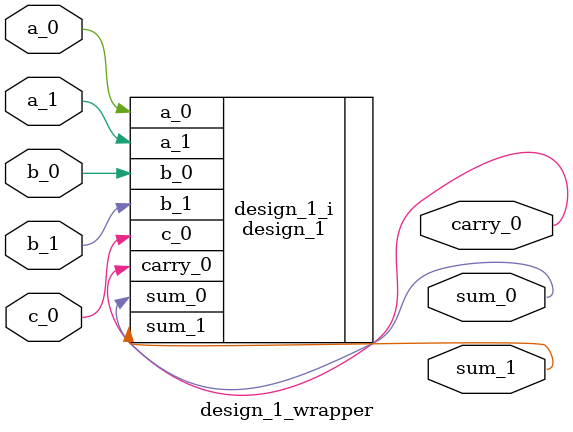
<source format=v>
`timescale 1 ps / 1 ps

module design_1_wrapper
   (a_0,
    a_1,
    b_0,
    b_1,
    c_0,
    carry_0,
    sum_0,
    sum_1);
  input a_0;
  input a_1;
  input b_0;
  input b_1;
  input c_0;
  output carry_0;
  output sum_0;
  output sum_1;

  wire a_0;
  wire a_1;
  wire b_0;
  wire b_1;
  wire c_0;
  wire carry_0;
  wire sum_0;
  wire sum_1;

  design_1 design_1_i
       (.a_0(a_0),
        .a_1(a_1),
        .b_0(b_0),
        .b_1(b_1),
        .c_0(c_0),
        .carry_0(carry_0),
        .sum_0(sum_0),
        .sum_1(sum_1));
endmodule

</source>
